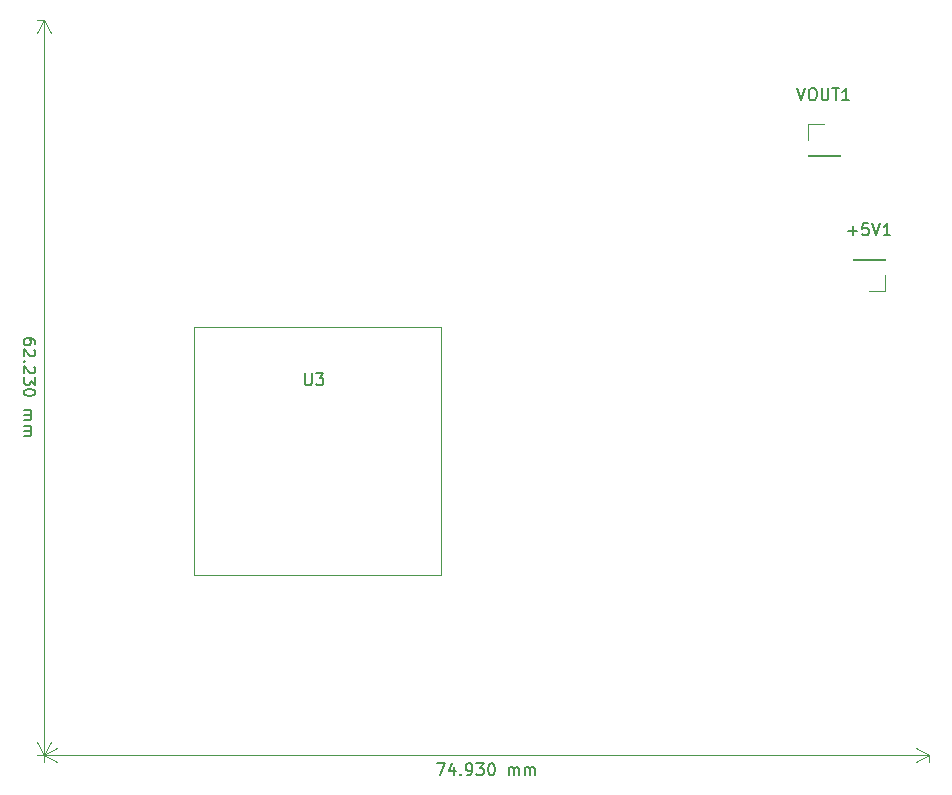
<source format=gbr>
G04 #@! TF.GenerationSoftware,KiCad,Pcbnew,(5.1.5-0-10_14)*
G04 #@! TF.CreationDate,2020-05-22T11:47:55+02:00*
G04 #@! TF.ProjectId,version2,76657273-696f-46e3-922e-6b696361645f,rev?*
G04 #@! TF.SameCoordinates,Original*
G04 #@! TF.FileFunction,Legend,Top*
G04 #@! TF.FilePolarity,Positive*
%FSLAX46Y46*%
G04 Gerber Fmt 4.6, Leading zero omitted, Abs format (unit mm)*
G04 Created by KiCad (PCBNEW (5.1.5-0-10_14)) date 2020-05-22 11:47:55*
%MOMM*%
%LPD*%
G04 APERTURE LIST*
%ADD10C,0.150000*%
%ADD11C,0.120000*%
G04 APERTURE END LIST*
D10*
X57697619Y-66818333D02*
X57697619Y-66627857D01*
X57650000Y-66532619D01*
X57602380Y-66485000D01*
X57459523Y-66389761D01*
X57269047Y-66342142D01*
X56888095Y-66342142D01*
X56792857Y-66389761D01*
X56745238Y-66437380D01*
X56697619Y-66532619D01*
X56697619Y-66723095D01*
X56745238Y-66818333D01*
X56792857Y-66865952D01*
X56888095Y-66913571D01*
X57126190Y-66913571D01*
X57221428Y-66865952D01*
X57269047Y-66818333D01*
X57316666Y-66723095D01*
X57316666Y-66532619D01*
X57269047Y-66437380D01*
X57221428Y-66389761D01*
X57126190Y-66342142D01*
X57602380Y-67294523D02*
X57650000Y-67342142D01*
X57697619Y-67437380D01*
X57697619Y-67675476D01*
X57650000Y-67770714D01*
X57602380Y-67818333D01*
X57507142Y-67865952D01*
X57411904Y-67865952D01*
X57269047Y-67818333D01*
X56697619Y-67246904D01*
X56697619Y-67865952D01*
X56792857Y-68294523D02*
X56745238Y-68342142D01*
X56697619Y-68294523D01*
X56745238Y-68246904D01*
X56792857Y-68294523D01*
X56697619Y-68294523D01*
X57602380Y-68723095D02*
X57650000Y-68770714D01*
X57697619Y-68865952D01*
X57697619Y-69104047D01*
X57650000Y-69199285D01*
X57602380Y-69246904D01*
X57507142Y-69294523D01*
X57411904Y-69294523D01*
X57269047Y-69246904D01*
X56697619Y-68675476D01*
X56697619Y-69294523D01*
X57697619Y-69627857D02*
X57697619Y-70246904D01*
X57316666Y-69913571D01*
X57316666Y-70056428D01*
X57269047Y-70151666D01*
X57221428Y-70199285D01*
X57126190Y-70246904D01*
X56888095Y-70246904D01*
X56792857Y-70199285D01*
X56745238Y-70151666D01*
X56697619Y-70056428D01*
X56697619Y-69770714D01*
X56745238Y-69675476D01*
X56792857Y-69627857D01*
X57697619Y-70865952D02*
X57697619Y-70961190D01*
X57650000Y-71056428D01*
X57602380Y-71104047D01*
X57507142Y-71151666D01*
X57316666Y-71199285D01*
X57078571Y-71199285D01*
X56888095Y-71151666D01*
X56792857Y-71104047D01*
X56745238Y-71056428D01*
X56697619Y-70961190D01*
X56697619Y-70865952D01*
X56745238Y-70770714D01*
X56792857Y-70723095D01*
X56888095Y-70675476D01*
X57078571Y-70627857D01*
X57316666Y-70627857D01*
X57507142Y-70675476D01*
X57602380Y-70723095D01*
X57650000Y-70770714D01*
X57697619Y-70865952D01*
X56697619Y-72389761D02*
X57364285Y-72389761D01*
X57269047Y-72389761D02*
X57316666Y-72437380D01*
X57364285Y-72532619D01*
X57364285Y-72675476D01*
X57316666Y-72770714D01*
X57221428Y-72818333D01*
X56697619Y-72818333D01*
X57221428Y-72818333D02*
X57316666Y-72865952D01*
X57364285Y-72961190D01*
X57364285Y-73104047D01*
X57316666Y-73199285D01*
X57221428Y-73246904D01*
X56697619Y-73246904D01*
X56697619Y-73723095D02*
X57364285Y-73723095D01*
X57269047Y-73723095D02*
X57316666Y-73770714D01*
X57364285Y-73865952D01*
X57364285Y-74008809D01*
X57316666Y-74104047D01*
X57221428Y-74151666D01*
X56697619Y-74151666D01*
X57221428Y-74151666D02*
X57316666Y-74199285D01*
X57364285Y-74294523D01*
X57364285Y-74437380D01*
X57316666Y-74532619D01*
X57221428Y-74580238D01*
X56697619Y-74580238D01*
D11*
X58420000Y-39370000D02*
X58420000Y-101600000D01*
X58420000Y-39370000D02*
X57833579Y-39370000D01*
X58420000Y-101600000D02*
X57833579Y-101600000D01*
X58420000Y-101600000D02*
X57833579Y-100473496D01*
X58420000Y-101600000D02*
X59006421Y-100473496D01*
X58420000Y-39370000D02*
X57833579Y-40496504D01*
X58420000Y-39370000D02*
X59006421Y-40496504D01*
D10*
X91694523Y-102322380D02*
X92361190Y-102322380D01*
X91932619Y-103322380D01*
X93170714Y-102655714D02*
X93170714Y-103322380D01*
X92932619Y-102274761D02*
X92694523Y-102989047D01*
X93313571Y-102989047D01*
X93694523Y-103227142D02*
X93742142Y-103274761D01*
X93694523Y-103322380D01*
X93646904Y-103274761D01*
X93694523Y-103227142D01*
X93694523Y-103322380D01*
X94218333Y-103322380D02*
X94408809Y-103322380D01*
X94504047Y-103274761D01*
X94551666Y-103227142D01*
X94646904Y-103084285D01*
X94694523Y-102893809D01*
X94694523Y-102512857D01*
X94646904Y-102417619D01*
X94599285Y-102370000D01*
X94504047Y-102322380D01*
X94313571Y-102322380D01*
X94218333Y-102370000D01*
X94170714Y-102417619D01*
X94123095Y-102512857D01*
X94123095Y-102750952D01*
X94170714Y-102846190D01*
X94218333Y-102893809D01*
X94313571Y-102941428D01*
X94504047Y-102941428D01*
X94599285Y-102893809D01*
X94646904Y-102846190D01*
X94694523Y-102750952D01*
X95027857Y-102322380D02*
X95646904Y-102322380D01*
X95313571Y-102703333D01*
X95456428Y-102703333D01*
X95551666Y-102750952D01*
X95599285Y-102798571D01*
X95646904Y-102893809D01*
X95646904Y-103131904D01*
X95599285Y-103227142D01*
X95551666Y-103274761D01*
X95456428Y-103322380D01*
X95170714Y-103322380D01*
X95075476Y-103274761D01*
X95027857Y-103227142D01*
X96265952Y-102322380D02*
X96361190Y-102322380D01*
X96456428Y-102370000D01*
X96504047Y-102417619D01*
X96551666Y-102512857D01*
X96599285Y-102703333D01*
X96599285Y-102941428D01*
X96551666Y-103131904D01*
X96504047Y-103227142D01*
X96456428Y-103274761D01*
X96361190Y-103322380D01*
X96265952Y-103322380D01*
X96170714Y-103274761D01*
X96123095Y-103227142D01*
X96075476Y-103131904D01*
X96027857Y-102941428D01*
X96027857Y-102703333D01*
X96075476Y-102512857D01*
X96123095Y-102417619D01*
X96170714Y-102370000D01*
X96265952Y-102322380D01*
X97789761Y-103322380D02*
X97789761Y-102655714D01*
X97789761Y-102750952D02*
X97837380Y-102703333D01*
X97932619Y-102655714D01*
X98075476Y-102655714D01*
X98170714Y-102703333D01*
X98218333Y-102798571D01*
X98218333Y-103322380D01*
X98218333Y-102798571D02*
X98265952Y-102703333D01*
X98361190Y-102655714D01*
X98504047Y-102655714D01*
X98599285Y-102703333D01*
X98646904Y-102798571D01*
X98646904Y-103322380D01*
X99123095Y-103322380D02*
X99123095Y-102655714D01*
X99123095Y-102750952D02*
X99170714Y-102703333D01*
X99265952Y-102655714D01*
X99408809Y-102655714D01*
X99504047Y-102703333D01*
X99551666Y-102798571D01*
X99551666Y-103322380D01*
X99551666Y-102798571D02*
X99599285Y-102703333D01*
X99694523Y-102655714D01*
X99837380Y-102655714D01*
X99932619Y-102703333D01*
X99980238Y-102798571D01*
X99980238Y-103322380D01*
D11*
X58420000Y-101600000D02*
X133350000Y-101600000D01*
X58420000Y-101600000D02*
X58420000Y-102186421D01*
X133350000Y-101600000D02*
X133350000Y-102186421D01*
X133350000Y-101600000D02*
X132223496Y-102186421D01*
X133350000Y-101600000D02*
X132223496Y-101013579D01*
X58420000Y-101600000D02*
X59546504Y-102186421D01*
X58420000Y-101600000D02*
X59546504Y-101013579D01*
X92075000Y-65405000D02*
X71120000Y-65405000D01*
X71120000Y-65405000D02*
X71120000Y-86360000D01*
X71120000Y-86360000D02*
X92075000Y-86360000D01*
X92075000Y-86360000D02*
X92075000Y-65405000D01*
X129600000Y-62290000D02*
X128270000Y-62290000D01*
X129600000Y-60960000D02*
X129600000Y-62290000D01*
X129600000Y-59690000D02*
X126940000Y-59690000D01*
X126940000Y-59690000D02*
X126940000Y-59630000D01*
X129600000Y-59690000D02*
X129600000Y-59630000D01*
X129600000Y-59630000D02*
X126940000Y-59630000D01*
X123130000Y-50860000D02*
X125790000Y-50860000D01*
X123130000Y-50800000D02*
X123130000Y-50860000D01*
X125790000Y-50800000D02*
X125790000Y-50860000D01*
X123130000Y-50800000D02*
X125790000Y-50800000D01*
X123130000Y-49530000D02*
X123130000Y-48200000D01*
X123130000Y-48200000D02*
X124460000Y-48200000D01*
D10*
X80518095Y-69302380D02*
X80518095Y-70111904D01*
X80565714Y-70207142D01*
X80613333Y-70254761D01*
X80708571Y-70302380D01*
X80899047Y-70302380D01*
X80994285Y-70254761D01*
X81041904Y-70207142D01*
X81089523Y-70111904D01*
X81089523Y-69302380D01*
X81470476Y-69302380D02*
X82089523Y-69302380D01*
X81756190Y-69683333D01*
X81899047Y-69683333D01*
X81994285Y-69730952D01*
X82041904Y-69778571D01*
X82089523Y-69873809D01*
X82089523Y-70111904D01*
X82041904Y-70207142D01*
X81994285Y-70254761D01*
X81899047Y-70302380D01*
X81613333Y-70302380D01*
X81518095Y-70254761D01*
X81470476Y-70207142D01*
X126508095Y-57221428D02*
X127270000Y-57221428D01*
X126889047Y-57602380D02*
X126889047Y-56840476D01*
X128222380Y-56602380D02*
X127746190Y-56602380D01*
X127698571Y-57078571D01*
X127746190Y-57030952D01*
X127841428Y-56983333D01*
X128079523Y-56983333D01*
X128174761Y-57030952D01*
X128222380Y-57078571D01*
X128270000Y-57173809D01*
X128270000Y-57411904D01*
X128222380Y-57507142D01*
X128174761Y-57554761D01*
X128079523Y-57602380D01*
X127841428Y-57602380D01*
X127746190Y-57554761D01*
X127698571Y-57507142D01*
X128555714Y-56602380D02*
X128889047Y-57602380D01*
X129222380Y-56602380D01*
X130079523Y-57602380D02*
X129508095Y-57602380D01*
X129793809Y-57602380D02*
X129793809Y-56602380D01*
X129698571Y-56745238D01*
X129603333Y-56840476D01*
X129508095Y-56888095D01*
X122221904Y-45172380D02*
X122555238Y-46172380D01*
X122888571Y-45172380D01*
X123412380Y-45172380D02*
X123602857Y-45172380D01*
X123698095Y-45220000D01*
X123793333Y-45315238D01*
X123840952Y-45505714D01*
X123840952Y-45839047D01*
X123793333Y-46029523D01*
X123698095Y-46124761D01*
X123602857Y-46172380D01*
X123412380Y-46172380D01*
X123317142Y-46124761D01*
X123221904Y-46029523D01*
X123174285Y-45839047D01*
X123174285Y-45505714D01*
X123221904Y-45315238D01*
X123317142Y-45220000D01*
X123412380Y-45172380D01*
X124269523Y-45172380D02*
X124269523Y-45981904D01*
X124317142Y-46077142D01*
X124364761Y-46124761D01*
X124460000Y-46172380D01*
X124650476Y-46172380D01*
X124745714Y-46124761D01*
X124793333Y-46077142D01*
X124840952Y-45981904D01*
X124840952Y-45172380D01*
X125174285Y-45172380D02*
X125745714Y-45172380D01*
X125460000Y-46172380D02*
X125460000Y-45172380D01*
X126602857Y-46172380D02*
X126031428Y-46172380D01*
X126317142Y-46172380D02*
X126317142Y-45172380D01*
X126221904Y-45315238D01*
X126126666Y-45410476D01*
X126031428Y-45458095D01*
M02*

</source>
